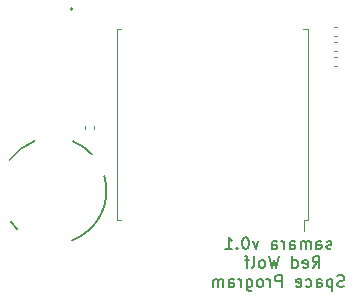
<source format=gbo>
%TF.GenerationSoftware,KiCad,Pcbnew,(6.0.1)*%
%TF.CreationDate,2022-03-04T16:45:31-06:00*%
%TF.ProjectId,samara,73616d61-7261-42e6-9b69-6361645f7063,rev?*%
%TF.SameCoordinates,PX7df6181PY82ce53f*%
%TF.FileFunction,Legend,Bot*%
%TF.FilePolarity,Positive*%
%FSLAX46Y46*%
G04 Gerber Fmt 4.6, Leading zero omitted, Abs format (unit mm)*
G04 Created by KiCad (PCBNEW (6.0.1)) date 2022-03-04 16:45:31*
%MOMM*%
%LPD*%
G01*
G04 APERTURE LIST*
%ADD10C,0.150000*%
%ADD11C,0.200000*%
%ADD12C,0.120000*%
%ADD13C,0.203200*%
G04 APERTURE END LIST*
D10*
X25073999Y3491238D02*
X24978760Y3443619D01*
X24788284Y3443619D01*
X24693046Y3491238D01*
X24645427Y3586476D01*
X24645427Y3634095D01*
X24693046Y3729333D01*
X24788284Y3776952D01*
X24931141Y3776952D01*
X25026379Y3824571D01*
X25073999Y3919809D01*
X25073999Y3967428D01*
X25026379Y4062666D01*
X24931141Y4110285D01*
X24788284Y4110285D01*
X24693046Y4062666D01*
X23788284Y3443619D02*
X23788284Y3967428D01*
X23835903Y4062666D01*
X23931141Y4110285D01*
X24121618Y4110285D01*
X24216856Y4062666D01*
X23788284Y3491238D02*
X23883522Y3443619D01*
X24121618Y3443619D01*
X24216856Y3491238D01*
X24264475Y3586476D01*
X24264475Y3681714D01*
X24216856Y3776952D01*
X24121618Y3824571D01*
X23883522Y3824571D01*
X23788284Y3872190D01*
X23312094Y3443619D02*
X23312094Y4110285D01*
X23312094Y4015047D02*
X23264475Y4062666D01*
X23169237Y4110285D01*
X23026379Y4110285D01*
X22931141Y4062666D01*
X22883522Y3967428D01*
X22883522Y3443619D01*
X22883522Y3967428D02*
X22835903Y4062666D01*
X22740665Y4110285D01*
X22597808Y4110285D01*
X22502570Y4062666D01*
X22454951Y3967428D01*
X22454951Y3443619D01*
X21550189Y3443619D02*
X21550189Y3967428D01*
X21597808Y4062666D01*
X21693046Y4110285D01*
X21883522Y4110285D01*
X21978760Y4062666D01*
X21550189Y3491238D02*
X21645427Y3443619D01*
X21883522Y3443619D01*
X21978760Y3491238D01*
X22026379Y3586476D01*
X22026379Y3681714D01*
X21978760Y3776952D01*
X21883522Y3824571D01*
X21645427Y3824571D01*
X21550189Y3872190D01*
X21073999Y3443619D02*
X21073999Y4110285D01*
X21073999Y3919809D02*
X21026379Y4015047D01*
X20978760Y4062666D01*
X20883522Y4110285D01*
X20788284Y4110285D01*
X20026379Y3443619D02*
X20026379Y3967428D01*
X20073999Y4062666D01*
X20169237Y4110285D01*
X20359713Y4110285D01*
X20454951Y4062666D01*
X20026379Y3491238D02*
X20121618Y3443619D01*
X20359713Y3443619D01*
X20454951Y3491238D01*
X20502570Y3586476D01*
X20502570Y3681714D01*
X20454951Y3776952D01*
X20359713Y3824571D01*
X20121618Y3824571D01*
X20026379Y3872190D01*
X18883522Y4110285D02*
X18645427Y3443619D01*
X18407332Y4110285D01*
X17835903Y4443619D02*
X17740665Y4443619D01*
X17645427Y4395999D01*
X17597808Y4348380D01*
X17550189Y4253142D01*
X17502570Y4062666D01*
X17502570Y3824571D01*
X17550189Y3634095D01*
X17597808Y3538857D01*
X17645427Y3491238D01*
X17740665Y3443619D01*
X17835903Y3443619D01*
X17931141Y3491238D01*
X17978760Y3538857D01*
X18026379Y3634095D01*
X18073999Y3824571D01*
X18073999Y4062666D01*
X18026379Y4253142D01*
X17978760Y4348380D01*
X17931141Y4395999D01*
X17835903Y4443619D01*
X17073999Y3538857D02*
X17026379Y3491238D01*
X17073999Y3443619D01*
X17121618Y3491238D01*
X17073999Y3538857D01*
X17073999Y3443619D01*
X16073999Y3443619D02*
X16645427Y3443619D01*
X16359713Y3443619D02*
X16359713Y4443619D01*
X16454951Y4300761D01*
X16550189Y4205523D01*
X16645427Y4157904D01*
X23478760Y1833619D02*
X23812094Y2309809D01*
X24050189Y1833619D02*
X24050189Y2833619D01*
X23669237Y2833619D01*
X23573999Y2785999D01*
X23526379Y2738380D01*
X23478760Y2643142D01*
X23478760Y2500285D01*
X23526379Y2405047D01*
X23573999Y2357428D01*
X23669237Y2309809D01*
X24050189Y2309809D01*
X22669237Y1881238D02*
X22764475Y1833619D01*
X22954951Y1833619D01*
X23050189Y1881238D01*
X23097808Y1976476D01*
X23097808Y2357428D01*
X23050189Y2452666D01*
X22954951Y2500285D01*
X22764475Y2500285D01*
X22669237Y2452666D01*
X22621618Y2357428D01*
X22621618Y2262190D01*
X23097808Y2166952D01*
X21764475Y1833619D02*
X21764475Y2833619D01*
X21764475Y1881238D02*
X21859713Y1833619D01*
X22050189Y1833619D01*
X22145427Y1881238D01*
X22193046Y1928857D01*
X22240665Y2024095D01*
X22240665Y2309809D01*
X22193046Y2405047D01*
X22145427Y2452666D01*
X22050189Y2500285D01*
X21859713Y2500285D01*
X21764475Y2452666D01*
X20621618Y2833619D02*
X20383522Y1833619D01*
X20193046Y2547904D01*
X20002570Y1833619D01*
X19764475Y2833619D01*
X19240665Y1833619D02*
X19335903Y1881238D01*
X19383522Y1928857D01*
X19431141Y2024095D01*
X19431141Y2309809D01*
X19383522Y2405047D01*
X19335903Y2452666D01*
X19240665Y2500285D01*
X19097808Y2500285D01*
X19002570Y2452666D01*
X18954951Y2405047D01*
X18907332Y2309809D01*
X18907332Y2024095D01*
X18954951Y1928857D01*
X19002570Y1881238D01*
X19097808Y1833619D01*
X19240665Y1833619D01*
X18335903Y1833619D02*
X18431141Y1881238D01*
X18478760Y1976476D01*
X18478760Y2833619D01*
X18097808Y2500285D02*
X17716856Y2500285D01*
X17954951Y1833619D02*
X17954951Y2690761D01*
X17907332Y2785999D01*
X17812094Y2833619D01*
X17716856Y2833619D01*
X26145427Y271238D02*
X26002570Y223619D01*
X25764475Y223619D01*
X25669237Y271238D01*
X25621618Y318857D01*
X25573999Y414095D01*
X25573999Y509333D01*
X25621618Y604571D01*
X25669237Y652190D01*
X25764475Y699809D01*
X25954951Y747428D01*
X26050189Y795047D01*
X26097808Y842666D01*
X26145427Y937904D01*
X26145427Y1033142D01*
X26097808Y1128380D01*
X26050189Y1175999D01*
X25954951Y1223619D01*
X25716856Y1223619D01*
X25573999Y1175999D01*
X25145427Y890285D02*
X25145427Y-109715D01*
X25145427Y842666D02*
X25050189Y890285D01*
X24859713Y890285D01*
X24764475Y842666D01*
X24716856Y795047D01*
X24669237Y699809D01*
X24669237Y414095D01*
X24716856Y318857D01*
X24764475Y271238D01*
X24859713Y223619D01*
X25050189Y223619D01*
X25145427Y271238D01*
X23812094Y223619D02*
X23812094Y747428D01*
X23859713Y842666D01*
X23954951Y890285D01*
X24145427Y890285D01*
X24240665Y842666D01*
X23812094Y271238D02*
X23907332Y223619D01*
X24145427Y223619D01*
X24240665Y271238D01*
X24288284Y366476D01*
X24288284Y461714D01*
X24240665Y556952D01*
X24145427Y604571D01*
X23907332Y604571D01*
X23812094Y652190D01*
X22907332Y271238D02*
X23002570Y223619D01*
X23193046Y223619D01*
X23288284Y271238D01*
X23335903Y318857D01*
X23383522Y414095D01*
X23383522Y699809D01*
X23335903Y795047D01*
X23288284Y842666D01*
X23193046Y890285D01*
X23002570Y890285D01*
X22907332Y842666D01*
X22097808Y271238D02*
X22193046Y223619D01*
X22383522Y223619D01*
X22478760Y271238D01*
X22526379Y366476D01*
X22526379Y747428D01*
X22478760Y842666D01*
X22383522Y890285D01*
X22193046Y890285D01*
X22097808Y842666D01*
X22050189Y747428D01*
X22050189Y652190D01*
X22526379Y556952D01*
X20859713Y223619D02*
X20859713Y1223619D01*
X20478760Y1223619D01*
X20383522Y1175999D01*
X20335903Y1128380D01*
X20288284Y1033142D01*
X20288284Y890285D01*
X20335903Y795047D01*
X20383522Y747428D01*
X20478760Y699809D01*
X20859713Y699809D01*
X19859713Y223619D02*
X19859713Y890285D01*
X19859713Y699809D02*
X19812094Y795047D01*
X19764475Y842666D01*
X19669237Y890285D01*
X19573999Y890285D01*
X19097808Y223619D02*
X19193046Y271238D01*
X19240665Y318857D01*
X19288284Y414095D01*
X19288284Y699809D01*
X19240665Y795047D01*
X19193046Y842666D01*
X19097808Y890285D01*
X18954951Y890285D01*
X18859713Y842666D01*
X18812094Y795047D01*
X18764475Y699809D01*
X18764475Y414095D01*
X18812094Y318857D01*
X18859713Y271238D01*
X18954951Y223619D01*
X19097808Y223619D01*
X17907332Y890285D02*
X17907332Y80761D01*
X17954951Y-14477D01*
X18002570Y-62096D01*
X18097808Y-109715D01*
X18240665Y-109715D01*
X18335903Y-62096D01*
X17907332Y271238D02*
X18002570Y223619D01*
X18193046Y223619D01*
X18288284Y271238D01*
X18335903Y318857D01*
X18383522Y414095D01*
X18383522Y699809D01*
X18335903Y795047D01*
X18288284Y842666D01*
X18193046Y890285D01*
X18002570Y890285D01*
X17907332Y842666D01*
X17431141Y223619D02*
X17431141Y890285D01*
X17431141Y699809D02*
X17383522Y795047D01*
X17335903Y842666D01*
X17240665Y890285D01*
X17145427Y890285D01*
X16383522Y223619D02*
X16383522Y747428D01*
X16431141Y842666D01*
X16526379Y890285D01*
X16716856Y890285D01*
X16812094Y842666D01*
X16383522Y271238D02*
X16478760Y223619D01*
X16716856Y223619D01*
X16812094Y271238D01*
X16859713Y366476D01*
X16859713Y461714D01*
X16812094Y556952D01*
X16716856Y604571D01*
X16478760Y604571D01*
X16383522Y652190D01*
X15907332Y223619D02*
X15907332Y890285D01*
X15907332Y795047D02*
X15859713Y842666D01*
X15764475Y890285D01*
X15621618Y890285D01*
X15526379Y842666D01*
X15478760Y747428D01*
X15478760Y223619D01*
X15478760Y747428D02*
X15431141Y842666D01*
X15335903Y890285D01*
X15193046Y890285D01*
X15097808Y842666D01*
X15050189Y747428D01*
X15050189Y223619D01*
D11*
%TO.C,J2*%
X3147999Y23761999D02*
G75*
G03*
X3147999Y23761999I-100000J0D01*
G01*
D12*
%TO.C,C12*%
X25507835Y20213999D02*
X25292163Y20213999D01*
X25507835Y20933999D02*
X25292163Y20933999D01*
%TO.C,C5*%
X25292163Y18943999D02*
X25507835Y18943999D01*
X25292163Y19663999D02*
X25507835Y19663999D01*
%TO.C,C11*%
X25507835Y21483999D02*
X25292163Y21483999D01*
X25507835Y22203999D02*
X25292163Y22203999D01*
%TO.C,R13*%
X4191999Y13869640D02*
X4191999Y13562358D01*
X4951999Y13869640D02*
X4951999Y13562358D01*
D13*
%TO.C,LS1*%
X-73661Y12580619D02*
G75*
G03*
X-2173175Y10983145I1772917J-4508496D01*
G01*
X-2075181Y5783579D02*
G75*
G03*
X-1523800Y5082091I3378179J2087863D01*
G01*
X4825999Y11429999D02*
G75*
G03*
X3182110Y12569604I-3329947J-3048011D01*
G01*
X3121659Y4183379D02*
G75*
G03*
X5842199Y9647976I-1564641J4188460D01*
G01*
D12*
%TO.C,U5*%
X6885999Y22069999D02*
X7285999Y22069999D01*
X22735999Y5869999D02*
X22735999Y4969999D01*
X6885999Y5869999D02*
X6885999Y22069999D01*
X7285999Y5869999D02*
X6885999Y5869999D01*
X23085999Y5869999D02*
X23085999Y22069999D01*
X23085999Y5869999D02*
X22735999Y5869999D01*
X23085999Y22069999D02*
X22685999Y22069999D01*
%TD*%
M02*

</source>
